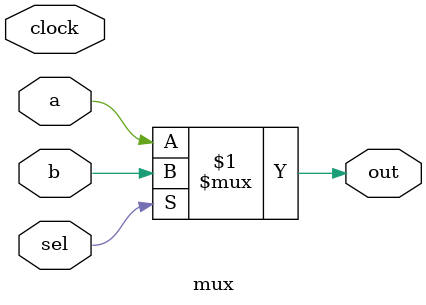
<source format=v>

`timescale 1ns / 100ps

module mux(
    //Todo: define inputs here
    input a,
    input b,
    input sel,
    input clock,
    
    output out
    );
    
    //Todo: define registers and wires here
    wire   out;

    //Todo: define your logic here                 
    assign #5 out = sel ? b : a;

    // if sel == 1 assign out = b 
    // if sel == 0 assign out = a
    // delay #5

endmodule

</source>
